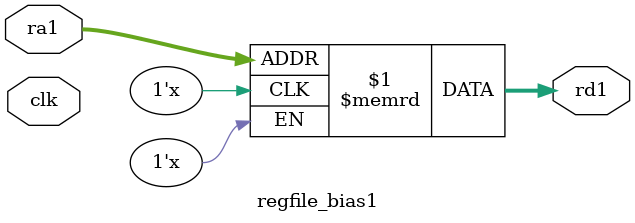
<source format=sv>
module regfile_bias1(input  logic        clk,
                input  logic [7:0] ra1,
                output logic [15:0] rd1);

    // one port register file
    // read one port combinationally
    //ra1 is the address that we want to read
    //rd1 is the data from memory that we get

    logic [15:0] rf[14:0];
    // rf is register file, 15:0 is data size and 14:0 is file length

   assign rd1 = rf[ra1];

endmodule // regfile

</source>
